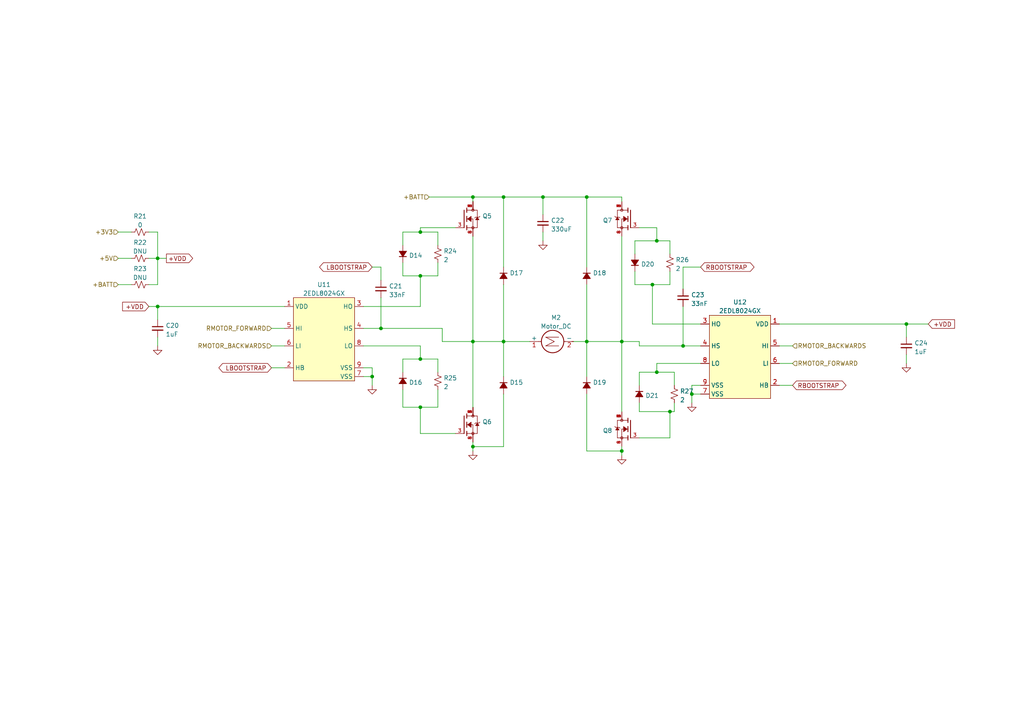
<source format=kicad_sch>
(kicad_sch (version 20211123) (generator eeschema)
  (paper "A4")
  (lib_symbols
    (symbol "Device:C_Small" (pin_numbers hide) (pin_names (offset 0.254) hide)
      (property "Reference" "C" (at 0.254 1.778 0))
      (property "Value" "C_Small" (at 0.254 -2.032 0))
      (symbol "C_Small_0_1"
        (polyline (pts (xy -1.524 -0.508) (xy 1.524 -0.508)) (stroke (width 0.3302)))
        (polyline (pts (xy -1.524 0.508) (xy 1.524 0.508)) (stroke (width 0.3048)))
      )
      (symbol "C_Small_1_1"
        (pin passive line (at 0 2.54 270) (length 2.032) (name "~") (number "1"))
        (pin passive line (at 0 -2.54 90) (length 2.032) (name "~") (number "2"))
      )
    )
    (symbol "Device:D_Small_Filled" (pin_numbers hide) (pin_names (offset 0.254) hide)
      (property "Reference" "D" (at -1.27 2.032 0))
      (property "Value" "D_Small_Filled" (at -3.81 -2.032 0))
      (symbol "D_Small_Filled_0_1"
        (polyline (pts (xy -0.762 -1.016) (xy -0.762 1.016)) (stroke (width 0.254)))
        (polyline (pts (xy -0.762 0) (xy 0.762 0)))
        (polyline (pts (xy 0.762 -1.016) (xy -0.762 0) (xy 0.762 1.016) (xy 0.762 -1.016)) (stroke (width 0.254)) (fill (type outline)))
      )
      (symbol "D_Small_Filled_1_1"
        (pin passive line (at -2.54 0 0) (length 1.778) (name "K") (number "1"))
        (pin passive line (at 2.54 0 180) (length 1.778) (name "A") (number "2"))
      )
    )
    (symbol "Device:R_Small_US" (pin_numbers hide) (pin_names (offset 0.254) hide)
      (property "Reference" "R" (at 0.762 0.508 0))
      (property "Value" "R_Small_US" (at 0.762 -1.016 0))
      (symbol "R_Small_US_1_1"
        (polyline (pts (xy 0 0) (xy 1.016 -0.381) (xy 0 -0.762) (xy -1.016 -1.143) (xy 0 -1.524)))
        (polyline (pts (xy 0 1.524) (xy 1.016 1.143) (xy 0 0.762) (xy -1.016 0.381) (xy 0 0)))
        (pin passive line (at 0 2.54 270) (length 1.016) (name "~") (number "1"))
        (pin passive line (at 0 -2.54 90) (length 1.016) (name "~") (number "2"))
      )
    )
    (symbol "Motor:Motor_DC" (pin_names (offset 0))
      (property "Reference" "M" (at 2.54 2.54 0))
      (property "Value" "Motor_DC" (at 2.54 -5.08 0))
      (symbol "Motor_DC_0_0"
        (polyline (pts (xy -1.27 -3.302) (xy -1.27 0.508) (xy 0 -2.032) (xy 1.27 0.508) (xy 1.27 -3.302)))
      )
      (symbol "Motor_DC_0_1"
        (circle (center 0 -1.524) (radius 3.2512) (stroke (width 0.254)))
        (polyline (pts (xy 0 -7.62) (xy 0 -7.112)))
        (polyline (pts (xy 0 -4.7752) (xy 0 -5.1816)))
        (polyline (pts (xy 0 1.7272) (xy 0 2.0828)))
        (polyline (pts (xy 0 2.032) (xy 0 2.54)))
      )
      (symbol "Motor_DC_1_1"
        (pin passive line (at 0 5.08 270) (length 2.54) (name "+") (number "1"))
        (pin passive line (at 0 -7.62 90) (length 2.54) (name "-") (number "2"))
      )
    )
    (symbol "ProjectSymbols:2EDL8024GX"
      (property "Reference" "U?" (at 1.27 16.51 0))
      (property "Value" "2EDL8024GX" (at 1.27 13.97 0))
      (symbol "2EDL8024GX_0_0"
        (pin power_in line (at -10.16 10.16 0) (length 2.54) (name "VDD") (number "1"))
        (pin output line (at -10.16 -7.62 0) (length 2.54) (name "HB") (number "2"))
        (pin output line (at 12.7 10.16 180) (length 2.54) (name "HO") (number "3"))
        (pin output line (at 12.7 3.81 180) (length 2.54) (name "HS") (number "4"))
        (pin input line (at -10.16 3.81 0) (length 2.54) (name "HI") (number "5"))
        (pin input line (at -10.16 -1.27 0) (length 2.54) (name "LI") (number "6"))
        (pin power_in line (at 12.7 -10.16 180) (length 2.54) (name "VSS") (number "7"))
        (pin output line (at 12.7 -1.27 180) (length 2.54) (name "LO") (number "8"))
        (pin power_in line (at 12.7 -7.62 180) (length 2.54) (name "VSS") (number "9"))
      )
      (symbol "2EDL8024GX_0_1"
        (rectangle (start -7.62 12.7) (end 10.16 -11.43) (fill (type background)))
      )
    )
    (symbol "ProjectSymbols:SSM6K513NU-LF" (pin_names (offset 1.016))
      (property "Reference" "Q" (at 5.08 1.27 0))
      (property "Value" "SSM6K513NU-LF" (at 5.08 -1.27 0))
      (symbol "SSM6K513NU-LF_0_0"
        (polyline (pts (xy 0 2.54) (xy 0 -2.54)) (stroke (width 0.254)))
        (polyline (pts (xy 0.762 -2.54) (xy 0.762 -3.175)) (stroke (width 0.254)))
        (polyline (pts (xy 0.762 -1.905) (xy 0.762 -2.54)) (stroke (width 0.254)))
        (polyline (pts (xy 0.762 0) (xy 0.762 -0.762)) (stroke (width 0.254)))
        (polyline (pts (xy 0.762 0) (xy 2.54 0)) (stroke (width 0.1524)))
        (polyline (pts (xy 0.762 0.762) (xy 0.762 0)) (stroke (width 0.254)))
        (polyline (pts (xy 0.762 2.54) (xy 0.762 1.905)) (stroke (width 0.254)))
        (polyline (pts (xy 0.762 2.54) (xy 3.81 2.54)) (stroke (width 0.1524)))
        (polyline (pts (xy 0.762 3.175) (xy 0.762 2.54)) (stroke (width 0.254)))
        (polyline (pts (xy 2.54 -2.54) (xy 0.762 -2.54)) (stroke (width 0.1524)))
        (polyline (pts (xy 2.54 -2.54) (xy 3.81 -2.54)) (stroke (width 0.1524)))
        (polyline (pts (xy 2.54 0) (xy 2.54 -2.54)) (stroke (width 0.1524)))
        (polyline (pts (xy 3.302 0.508) (xy 3.048 0.254)) (stroke (width 0.1524)))
        (polyline (pts (xy 3.81 0.508) (xy 3.302 0.508)) (stroke (width 0.1524)))
        (polyline (pts (xy 3.81 0.508) (xy 3.81 -2.54)) (stroke (width 0.1524)))
        (polyline (pts (xy 3.81 2.54) (xy 3.81 0.508)) (stroke (width 0.1524)))
        (polyline (pts (xy 4.318 0.508) (xy 3.81 0.508)) (stroke (width 0.1524)))
        (polyline (pts (xy 4.572 0.762) (xy 4.318 0.508)) (stroke (width 0.1524)))
        (polyline (pts (xy 1.016 0) (xy 2.032 0.762) (xy 2.032 -0.762) (xy 1.016 0)) (stroke (width 0.1524)) (fill (type outline)))
        (polyline (pts (xy 3.81 0.508) (xy 3.302 -0.254) (xy 4.318 -0.254) (xy 3.81 0.508)) (stroke (width 0.1524)) (fill (type outline)))
        (circle (center 2.54 -2.54) (radius 0.3592))
        (circle (center 2.54 2.54) (radius 0.3592))
        (pin passive line (at 2.54 5.08 270) (length 2.54) (name "~") (number "1"))
        (pin passive line (at 2.54 5.08 270) (length 2.54) (name "~") (number "2"))
        (pin passive line (at -2.54 -2.54 0) (length 2.54) (name "~") (number "3"))
        (pin passive line (at 2.54 -5.08 90) (length 2.54) (name "~") (number "4"))
        (pin passive line (at 2.54 5.08 270) (length 2.54) (name "~") (number "5"))
        (pin passive line (at 2.54 5.08 270) (length 2.54) (name "~") (number "6"))
        (pin passive line (at 2.54 5.08 270) (length 2.54) (name "~") (number "7"))
        (pin passive line (at 2.54 -5.08 90) (length 2.54) (name "~") (number "8"))
      )
    )
    (symbol "power:GND" (power) (pin_names (offset 0))
      (property "Value" "GND" (at 0 -3.81 0))
      (symbol "GND_0_1"
        (polyline (pts (xy 0 0) (xy 0 -1.27) (xy 1.27 -1.27) (xy 0 -2.54) (xy -1.27 -1.27) (xy 0 -1.27)))
      )
      (symbol "GND_1_1"
        (pin power_in line (at 0 0 270) (length 0) hide (name "GND") (number "1"))
      )
    )
  )
  (junction (at 198.12 100.33))
  (junction (at 121.92 67.31))
  (junction (at 121.92 118.11))
  (junction (at 45.72 74.93))
  (junction (at 137.16 57.15))
  (junction (at 45.72 88.9))
  (junction (at 180.34 130.81))
  (junction (at 262.89 93.98))
  (junction (at 170.18 99.06))
  (junction (at 146.05 99.06))
  (junction (at 180.34 99.06))
  (junction (at 107.95 109.22))
  (junction (at 200.66 114.3))
  (junction (at 121.92 104.14))
  (junction (at 137.16 129.54))
  (junction (at 190.5 69.85))
  (junction (at 110.49 95.25))
  (junction (at 137.16 99.06))
  (junction (at 189.23 82.55))
  (junction (at 170.18 57.15))
  (junction (at 190.5 107.95))
  (junction (at 194.31 119.38))
  (junction (at 121.92 80.01))
  (junction (at 157.48 57.15))
  (junction (at 146.05 57.15))
  (wire (pts (xy 262.89 93.98) (xy 226.06 93.98)))
  (wire (pts (xy 124.46 57.15) (xy 137.16 57.15)))
  (wire (pts (xy 121.92 66.04) (xy 121.92 67.31)))
  (wire (pts (xy 34.29 67.31) (xy 38.1 67.31)))
  (wire (pts (xy 190.5 107.95) (xy 190.5 105.41)))
  (wire (pts (xy 137.16 99.06) (xy 146.05 99.06)))
  (wire (pts (xy 107.95 77.47) (xy 110.49 77.47)))
  (wire (pts (xy 146.05 57.15) (xy 157.48 57.15)))
  (wire (pts (xy 146.05 99.06) (xy 146.05 109.22)))
  (wire (pts (xy 121.92 67.31) (xy 116.84 67.31)))
  (wire (pts (xy 180.34 130.81) (xy 180.34 132.08)))
  (wire (pts (xy 200.66 114.3) (xy 203.2 114.3)))
  (wire (pts (xy 185.42 66.04) (xy 190.5 66.04)))
  (wire (pts (xy 226.06 111.76) (xy 229.87 111.76)))
  (wire (pts (xy 262.89 102.87) (xy 262.89 105.41)))
  (wire (pts (xy 200.66 116.84) (xy 200.66 114.3)))
  (wire (pts (xy 166.37 99.06) (xy 170.18 99.06)))
  (wire (pts (xy 137.16 99.06) (xy 137.16 68.58)))
  (wire (pts (xy 137.16 128.27) (xy 137.16 129.54)))
  (wire (pts (xy 189.23 93.98) (xy 203.2 93.98)))
  (wire (pts (xy 185.42 99.06) (xy 180.34 99.06)))
  (wire (pts (xy 45.72 88.9) (xy 45.72 92.71)))
  (wire (pts (xy 78.74 95.25) (xy 82.55 95.25)))
  (wire (pts (xy 34.29 82.55) (xy 38.1 82.55)))
  (wire (pts (xy 121.92 118.11) (xy 121.92 125.73)))
  (wire (pts (xy 200.66 111.76) (xy 203.2 111.76)))
  (wire (pts (xy 226.06 105.41) (xy 229.87 105.41)))
  (wire (pts (xy 116.84 104.14) (xy 116.84 107.95)))
  (wire (pts (xy 107.95 109.22) (xy 107.95 106.68)))
  (wire (pts (xy 45.72 74.93) (xy 45.72 82.55)))
  (wire (pts (xy 127 80.01) (xy 121.92 80.01)))
  (wire (pts (xy 146.05 129.54) (xy 137.16 129.54)))
  (wire (pts (xy 127 104.14) (xy 127 107.95)))
  (wire (pts (xy 121.92 100.33) (xy 121.92 104.14)))
  (wire (pts (xy 137.16 57.15) (xy 146.05 57.15)))
  (wire (pts (xy 34.29 74.93) (xy 38.1 74.93)))
  (wire (pts (xy 137.16 57.15) (xy 137.16 58.42)))
  (wire (pts (xy 185.42 107.95) (xy 185.42 111.76)))
  (wire (pts (xy 107.95 109.22) (xy 105.41 109.22)))
  (wire (pts (xy 137.16 99.06) (xy 137.16 118.11)))
  (wire (pts (xy 170.18 99.06) (xy 170.18 109.22)))
  (wire (pts (xy 116.84 76.2) (xy 116.84 80.01)))
  (wire (pts (xy 137.16 129.54) (xy 137.16 130.81)))
  (wire (pts (xy 127 113.03) (xy 127 118.11)))
  (wire (pts (xy 180.34 68.58) (xy 180.34 99.06)))
  (wire (pts (xy 170.18 99.06) (xy 180.34 99.06)))
  (wire (pts (xy 184.15 69.85) (xy 184.15 73.66)))
  (wire (pts (xy 127 118.11) (xy 121.92 118.11)))
  (wire (pts (xy 200.66 114.3) (xy 200.66 111.76)))
  (wire (pts (xy 190.5 69.85) (xy 194.31 69.85)))
  (wire (pts (xy 146.05 82.55) (xy 146.05 99.06)))
  (wire (pts (xy 203.2 100.33) (xy 198.12 100.33)))
  (wire (pts (xy 43.18 82.55) (xy 45.72 82.55)))
  (wire (pts (xy 226.06 100.33) (xy 229.87 100.33)))
  (wire (pts (xy 170.18 82.55) (xy 170.18 99.06)))
  (wire (pts (xy 194.31 119.38) (xy 185.42 119.38)))
  (wire (pts (xy 43.18 88.9) (xy 45.72 88.9)))
  (wire (pts (xy 121.92 125.73) (xy 132.08 125.73)))
  (wire (pts (xy 194.31 69.85) (xy 194.31 73.66)))
  (wire (pts (xy 184.15 82.55) (xy 189.23 82.55)))
  (wire (pts (xy 190.5 66.04) (xy 190.5 69.85)))
  (wire (pts (xy 110.49 77.47) (xy 110.49 81.28)))
  (wire (pts (xy 105.41 88.9) (xy 121.92 88.9)))
  (wire (pts (xy 43.18 74.93) (xy 45.72 74.93)))
  (wire (pts (xy 195.58 111.76) (xy 195.58 107.95)))
  (wire (pts (xy 110.49 86.36) (xy 110.49 95.25)))
  (wire (pts (xy 107.95 106.68) (xy 105.41 106.68)))
  (wire (pts (xy 121.92 104.14) (xy 116.84 104.14)))
  (wire (pts (xy 45.72 97.79) (xy 45.72 100.33)))
  (wire (pts (xy 121.92 104.14) (xy 127 104.14)))
  (wire (pts (xy 194.31 119.38) (xy 195.58 119.38)))
  (wire (pts (xy 189.23 82.55) (xy 189.23 93.98)))
  (wire (pts (xy 146.05 99.06) (xy 153.67 99.06)))
  (wire (pts (xy 146.05 57.15) (xy 146.05 77.47)))
  (wire (pts (xy 157.48 57.15) (xy 157.48 62.23)))
  (wire (pts (xy 116.84 118.11) (xy 121.92 118.11)))
  (wire (pts (xy 45.72 88.9) (xy 82.55 88.9)))
  (wire (pts (xy 170.18 114.3) (xy 170.18 130.81)))
  (wire (pts (xy 185.42 107.95) (xy 190.5 107.95)))
  (wire (pts (xy 195.58 119.38) (xy 195.58 116.84)))
  (wire (pts (xy 45.72 67.31) (xy 45.72 74.93)))
  (wire (pts (xy 127 67.31) (xy 121.92 67.31)))
  (wire (pts (xy 110.49 95.25) (xy 128.27 95.25)))
  (wire (pts (xy 180.34 57.15) (xy 180.34 58.42)))
  (wire (pts (xy 198.12 77.47) (xy 198.12 83.82)))
  (wire (pts (xy 170.18 57.15) (xy 180.34 57.15)))
  (wire (pts (xy 180.34 99.06) (xy 180.34 119.38)))
  (wire (pts (xy 127 76.2) (xy 127 80.01)))
  (wire (pts (xy 116.84 113.03) (xy 116.84 118.11)))
  (wire (pts (xy 195.58 107.95) (xy 190.5 107.95)))
  (wire (pts (xy 116.84 80.01) (xy 121.92 80.01)))
  (wire (pts (xy 45.72 74.93) (xy 48.26 74.93)))
  (wire (pts (xy 194.31 127) (xy 194.31 119.38)))
  (wire (pts (xy 116.84 71.12) (xy 116.84 67.31)))
  (wire (pts (xy 170.18 57.15) (xy 170.18 77.47)))
  (wire (pts (xy 127 71.12) (xy 127 67.31)))
  (wire (pts (xy 170.18 130.81) (xy 180.34 130.81)))
  (wire (pts (xy 157.48 57.15) (xy 170.18 57.15)))
  (wire (pts (xy 262.89 93.98) (xy 262.89 97.79)))
  (wire (pts (xy 190.5 105.41) (xy 203.2 105.41)))
  (wire (pts (xy 180.34 129.54) (xy 180.34 130.81)))
  (wire (pts (xy 262.89 93.98) (xy 269.24 93.98)))
  (wire (pts (xy 185.42 100.33) (xy 185.42 99.06)))
  (wire (pts (xy 190.5 69.85) (xy 184.15 69.85)))
  (wire (pts (xy 194.31 82.55) (xy 194.31 78.74)))
  (wire (pts (xy 105.41 100.33) (xy 121.92 100.33)))
  (wire (pts (xy 78.74 106.68) (xy 82.55 106.68)))
  (wire (pts (xy 128.27 95.25) (xy 128.27 99.06)))
  (wire (pts (xy 105.41 95.25) (xy 110.49 95.25)))
  (wire (pts (xy 184.15 78.74) (xy 184.15 82.55)))
  (wire (pts (xy 43.18 67.31) (xy 45.72 67.31)))
  (wire (pts (xy 132.08 66.04) (xy 121.92 66.04)))
  (wire (pts (xy 185.42 127) (xy 194.31 127)))
  (wire (pts (xy 107.95 111.76) (xy 107.95 109.22)))
  (wire (pts (xy 146.05 114.3) (xy 146.05 129.54)))
  (wire (pts (xy 198.12 100.33) (xy 185.42 100.33)))
  (wire (pts (xy 128.27 99.06) (xy 137.16 99.06)))
  (wire (pts (xy 121.92 80.01) (xy 121.92 88.9)))
  (wire (pts (xy 185.42 119.38) (xy 185.42 116.84)))
  (wire (pts (xy 78.74 100.33) (xy 82.55 100.33)))
  (wire (pts (xy 203.2 77.47) (xy 198.12 77.47)))
  (wire (pts (xy 198.12 88.9) (xy 198.12 100.33)))
  (wire (pts (xy 157.48 67.31) (xy 157.48 69.85)))
  (wire (pts (xy 189.23 82.55) (xy 194.31 82.55)))
  (global_label "+VDD" (shape input) (at 43.18 88.9 180) (property "Intersheet References" "${INTERSHEET_REFS}" (effects hide)))
  (global_label "RBOOTSTRAP" (shape bidirectional) (at 229.87 111.76 0) (property "Intersheet References" "${INTERSHEET_REFS}" (effects hide)))
  (global_label "LBOOTSTRAP" (shape bidirectional) (at 78.74 106.68 180) (property "Intersheet References" "${INTERSHEET_REFS}" (effects hide)))
  (global_label "+VDD" (shape output) (at 48.26 74.93 0) (property "Intersheet References" "${INTERSHEET_REFS}" (effects hide)))
  (global_label "LBOOTSTRAP" (shape bidirectional) (at 107.95 77.47 180) (property "Intersheet References" "${INTERSHEET_REFS}" (effects hide)))
  (global_label "+VDD" (shape input) (at 269.24 93.98 0) (property "Intersheet References" "${INTERSHEET_REFS}" (effects hide)))
  (global_label "RBOOTSTRAP" (shape bidirectional) (at 203.2 77.47 0) (property "Intersheet References" "${INTERSHEET_REFS}" (effects hide)))
  (hierarchical_label "+5V" (shape input) (at 34.29 74.93 180))
  (hierarchical_label "+3V3" (shape input) (at 34.29 67.31 180))
  (hierarchical_label "RMOTOR_BACKWARDS" (shape input) (at 78.74 100.33 180))
  (hierarchical_label "RMOTOR_FORWARD" (shape input) (at 229.87 105.41 0))
  (hierarchical_label "RMOTOR_BACKWARDS" (shape input) (at 229.87 100.33 0))
  (hierarchical_label "RMOTOR_FORWARD" (shape input) (at 78.74 95.25 180))
  (hierarchical_label "+BATT" (shape input) (at 34.29 82.55 180))
  (hierarchical_label "+BATT" (shape input) (at 124.46 57.15 180))
  (symbol (lib_id "ProjectSymbols:SSM6K513NU-LF") (at 182.88 63.5 0) (mirror y) (unit 1)
    (property "Reference" "Q7" (at 177.5968 63.9338 0) (effects (justify left)))
    (property "Value" "SSM6K513NU-LF" (effects hide))
    (property "Footprint" "Footprints:TRANS_SSM6K513NU-LF" (effects hide))
  )
  (symbol (lib_id "Device:D_Small_Filled") (at 116.84 73.66 90) (unit 1)
    (property "Reference" "D14" (at 118.618 74.0938 90) (effects (justify right)))
    (property "Value" "D_Small_Filled" (effects hide))
    (property "Footprint" "Diode_SMD:D_SOD-323" (effects hide))
    (property "MPN" "NSR0530HT1G" (effects hide))
  )
  (symbol (lib_id "power:GND") (at 262.89 105.41 0) (mirror y) (unit 1)
    (property "Reference" "#PWR041" (effects hide))
    (property "Value" "GND" (effects hide))
  )
  (symbol (lib_id "power:GND") (at 200.66 116.84 0) (mirror y) (unit 1)
    (property "Reference" "#PWR040" (effects hide))
    (property "Value" "GND" (effects hide))
  )
  (symbol (lib_id "Device:D_Small_Filled") (at 116.84 110.49 270) (unit 1)
    (property "Reference" "D16" (at 118.618 110.9238 90) (effects (justify left)))
    (property "Value" "D_Small_Filled" (effects hide))
    (property "Footprint" "Diode_SMD:D_SOD-323" (effects hide))
    (property "MPN" "NSR0530HT1G" (effects hide))
  )
  (symbol (lib_id "Device:R_Small_US") (at 194.31 76.2 0) (unit 1)
    (property "Reference" "R26" (at 195.961 75.3653 0) (effects (justify left)))
    (property "Value" "2" (at 195.961 77.9022 0) (effects (justify left)))
    (property "Footprint" "Resistor_SMD:R_0402_1005Metric" (effects hide))
    (property "MPN" "RC0402FR-072RL" (effects hide))
  )
  (symbol (lib_id "Device:D_Small_Filled") (at 170.18 111.76 270) (unit 1)
    (property "Reference" "D19" (at 171.958 110.9253 90) (effects (justify left)))
    (property "Value" "D_Small_Filled" (effects hide))
    (property "Footprint" "Footprints:TO-277B" (effects hide))
    (property "MPN" "MBR1560S" (effects hide))
  )
  (symbol (lib_id "ProjectSymbols:2EDL8024GX") (at 92.71 99.06 0) (unit 1)
    (property "Reference" "U11" (at 93.98 82.55 0))
    (property "Value" "2EDL8024GX" (at 93.98 85.09 0))
    (property "Footprint" "Package_DFN_QFN:DFN-8-1EP_4x4mm_P0.8mm_EP2.3x3.24mm" (effects hide))
    (property "MPN" "2EDL8024GX" (effects hide))
  )
  (symbol (lib_id "Device:C_Small") (at 198.12 86.36 0) (unit 1)
    (property "Reference" "C23" (at 200.4441 85.5316 0) (effects (justify left)))
    (property "Value" "33nF" (at 200.4441 88.0685 0) (effects (justify left)))
    (property "Footprint" "Capacitor_SMD:C_0402_1005Metric" (effects hide))
    (property "MPN" "CC0402KRX7R9BB333" (effects hide))
  )
  (symbol (lib_id "ProjectSymbols:2EDL8024GX") (at 215.9 104.14 0) (mirror y) (unit 1)
    (property "Reference" "U12" (at 214.63 87.63 0))
    (property "Value" "2EDL8024GX" (at 214.63 90.17 0))
    (property "Footprint" "Package_DFN_QFN:DFN-8-1EP_4x4mm_P0.8mm_EP2.3x3.24mm" (effects hide))
    (property "MPN" "2EDL8024GX" (effects hide))
  )
  (symbol (lib_id "ProjectSymbols:SSM6K513NU-LF") (at 134.62 123.19 0) (unit 1)
    (property "Reference" "Q6" (at 139.9032 122.3553 0) (effects (justify left)))
    (property "Value" "SSM6K513NU-LF" (effects hide))
    (property "Footprint" "Footprints:TRANS_SSM6K513NU-LF" (effects hide))
  )
  (symbol (lib_id "Device:R_Small_US") (at 127 73.66 0) (unit 1)
    (property "Reference" "R24" (at 128.651 72.8253 0) (effects (justify left)))
    (property "Value" "2" (at 128.651 75.3622 0) (effects (justify left)))
    (property "Footprint" "Resistor_SMD:R_0402_1005Metric" (effects hide))
    (property "MPN" "RC0402FR-072RL" (effects hide))
  )
  (symbol (lib_id "Device:C_Small") (at 262.89 100.33 0) (unit 1)
    (property "Reference" "C24" (at 265.2141 99.5016 0) (effects (justify left)))
    (property "Value" "1uF" (at 265.2141 102.0385 0) (effects (justify left)))
    (property "Footprint" "Capacitor_SMD:C_0402_1005Metric" (effects hide))
    (property "MPN" "CC0402KRX5R8BB105" (effects hide))
  )
  (symbol (lib_id "Device:R_Small_US") (at 40.64 82.55 90) (unit 1)
    (property "Reference" "R23" (at 40.64 77.9612 90))
    (property "Value" "DNU" (at 40.64 80.4981 90))
    (property "Footprint" "Resistor_SMD:R_0402_1005Metric" (effects hide))
    (property "MPN" "RC0402JR-0710KL" (effects hide))
  )
  (symbol (lib_id "power:GND") (at 180.34 132.08 0) (mirror y) (unit 1)
    (property "Reference" "#PWR039" (effects hide))
    (property "Value" "GND" (effects hide))
  )
  (symbol (lib_id "power:GND") (at 45.72 100.33 0) (unit 1)
    (property "Reference" "#PWR035" (effects hide))
    (property "Value" "GND" (effects hide))
  )
  (symbol (lib_id "Device:C_Small") (at 45.72 95.25 0) (unit 1)
    (property "Reference" "C20" (at 48.0441 94.4216 0) (effects (justify left)))
    (property "Value" "1uF" (at 48.0441 96.9585 0) (effects (justify left)))
    (property "Footprint" "Capacitor_SMD:C_0402_1005Metric" (effects hide))
    (property "MPN" "CC0402KRX5R8BB105" (effects hide))
  )
  (symbol (lib_id "power:GND") (at 157.48 69.85 0) (unit 1)
    (property "Reference" "#PWR038" (effects hide))
    (property "Value" "GND" (effects hide))
  )
  (symbol (lib_id "Device:R_Small_US") (at 40.64 67.31 90) (unit 1)
    (property "Reference" "R21" (at 40.64 62.7212 90))
    (property "Value" "0" (at 40.64 65.2581 90))
    (property "Footprint" "Resistor_SMD:R_0402_1005Metric" (effects hide))
    (property "MPN" "RC0402JR-070RL" (effects hide))
  )
  (symbol (lib_id "Device:D_Small_Filled") (at 185.42 114.3 270) (unit 1)
    (property "Reference" "D21" (at 187.198 114.7338 90) (effects (justify left)))
    (property "Value" "D_Small_Filled" (effects hide))
    (property "Footprint" "Diode_SMD:D_SOD-323" (effects hide))
    (property "MPN" "NSR0530HT1G" (effects hide))
  )
  (symbol (lib_id "Motor:Motor_DC") (at 158.75 99.06 90) (unit 1)
    (property "Reference" "M2" (at 161.29 92.109 90))
    (property "Value" "Motor_DC" (at 161.29 94.6459 90))
    (property "Footprint" "Connector_PinHeader_2.54mm:PinHeader_1x02_P2.54mm_Vertical" (effects hide))
  )
  (symbol (lib_id "Device:R_Small_US") (at 40.64 74.93 90) (unit 1)
    (property "Reference" "R22" (at 40.64 70.3412 90))
    (property "Value" "DNU" (at 40.64 72.8781 90))
    (property "Footprint" "Resistor_SMD:R_0402_1005Metric" (effects hide))
    (property "MPN" "RC0402JR-0710KL" (effects hide))
  )
  (symbol (lib_id "Device:D_Small_Filled") (at 184.15 76.2 90) (unit 1)
    (property "Reference" "D20" (at 185.928 76.6338 90) (effects (justify right)))
    (property "Value" "D_Small_Filled" (effects hide))
    (property "Footprint" "Diode_SMD:D_SOD-323" (effects hide))
    (property "MPN" "NSR0530HT1G" (effects hide))
  )
  (symbol (lib_id "Device:R_Small_US") (at 127 110.49 0) (unit 1)
    (property "Reference" "R25" (at 128.651 109.6553 0) (effects (justify left)))
    (property "Value" "2" (at 128.651 112.1922 0) (effects (justify left)))
    (property "Footprint" "Resistor_SMD:R_0402_1005Metric" (effects hide))
    (property "MPN" "RC0402FR-072RL" (effects hide))
  )
  (symbol (lib_id "Device:D_Small_Filled") (at 146.05 111.76 270) (unit 1)
    (property "Reference" "D15" (at 147.828 110.9253 90) (effects (justify left)))
    (property "Value" "D_Small_Filled" (effects hide))
    (property "Footprint" "Footprints:TO-277B" (effects hide))
    (property "MPN" "MBR1560S" (effects hide))
  )
  (symbol (lib_id "ProjectSymbols:SSM6K513NU-LF") (at 134.62 63.5 0) (unit 1)
    (property "Reference" "Q5" (at 139.9032 62.6653 0) (effects (justify left)))
    (property "Value" "SSM6K513NU-LF" (effects hide))
    (property "Footprint" "Footprints:TRANS_SSM6K513NU-LF" (effects hide))
  )
  (symbol (lib_id "Device:R_Small_US") (at 195.58 114.3 0) (unit 1)
    (property "Reference" "R27" (at 197.231 113.4653 0) (effects (justify left)))
    (property "Value" "2" (at 197.231 116.0022 0) (effects (justify left)))
    (property "Footprint" "Resistor_SMD:R_0402_1005Metric" (effects hide))
    (property "MPN" "RC0402FR-072RL" (effects hide))
  )
  (symbol (lib_id "Device:D_Small_Filled") (at 170.18 80.01 270) (unit 1)
    (property "Reference" "D18" (at 171.958 79.1753 90) (effects (justify left)))
    (property "Value" "D_Small_Filled" (effects hide))
    (property "Footprint" "Footprints:TO-277B" (effects hide))
    (property "MPN" "MBR1560S" (effects hide))
  )
  (symbol (lib_id "power:GND") (at 137.16 130.81 0) (mirror y) (unit 1)
    (property "Reference" "#PWR037" (effects hide))
    (property "Value" "GND" (effects hide))
  )
  (symbol (lib_id "Device:C_Small") (at 157.48 64.77 0) (unit 1)
    (property "Reference" "C22" (at 159.8041 63.9416 0) (effects (justify left)))
    (property "Value" "330uF" (at 159.8041 66.4785 0) (effects (justify left)))
    (property "Footprint" "Connector_PinHeader_2.54mm:PinHeader_1x02_P2.54mm_Vertical" (effects hide))
  )
  (symbol (lib_id "Device:D_Small_Filled") (at 146.05 80.01 270) (unit 1)
    (property "Reference" "D17" (at 147.828 79.1753 90) (effects (justify left)))
    (property "Value" "D_Small_Filled" (effects hide))
    (property "Footprint" "Footprints:TO-277B" (effects hide))
    (property "MPN" "MBR1560S" (effects hide))
  )
  (symbol (lib_id "Device:C_Small") (at 110.49 83.82 0) (unit 1)
    (property "Reference" "C21" (at 112.8141 82.9916 0) (effects (justify left)))
    (property "Value" "33nF" (at 112.8141 85.5285 0) (effects (justify left)))
    (property "Footprint" "Capacitor_SMD:C_0402_1005Metric" (effects hide))
    (property "MPN" "CC0402KRX7R9BB333" (effects hide))
  )
  (symbol (lib_id "power:GND") (at 107.95 111.76 0) (unit 1)
    (property "Reference" "#PWR036" (effects hide))
    (property "Value" "GND" (effects hide))
  )
  (symbol (lib_id "ProjectSymbols:SSM6K513NU-LF") (at 182.88 124.46 0) (mirror y) (unit 1)
    (property "Reference" "Q8" (at 177.5968 124.8938 0) (effects (justify left)))
    (property "Value" "SSM6K513NU-LF" (effects hide))
    (property "Footprint" "Footprints:TRANS_SSM6K513NU-LF" (effects hide))
  )
)
</source>
